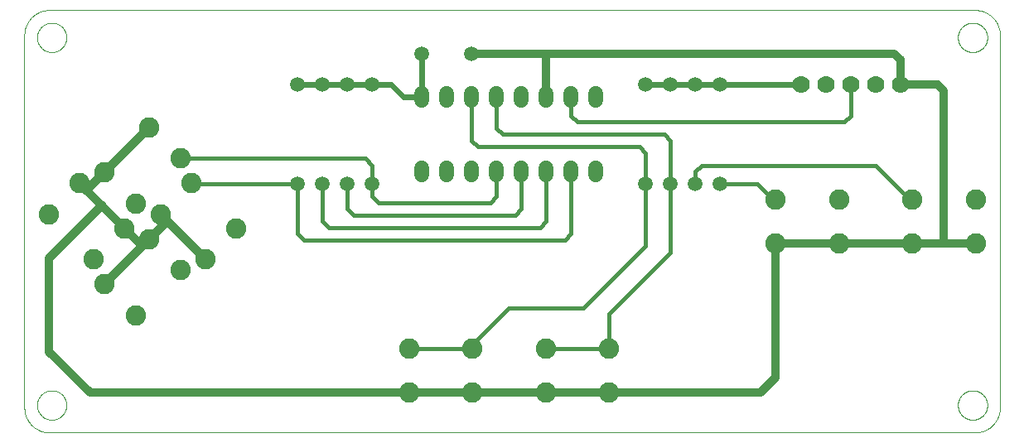
<source format=gbl>
G75*
%MOIN*%
%OFA0B0*%
%FSLAX25Y25*%
%IPPOS*%
%LPD*%
%AMOC8*
5,1,8,0,0,1.08239X$1,22.5*
%
%ADD10C,0.00000*%
%ADD11C,0.07000*%
%ADD12C,0.05984*%
%ADD13C,0.08228*%
%ADD14C,0.05984*%
%ADD15C,0.03200*%
%ADD16C,0.02400*%
%ADD17C,0.01600*%
D10*
X0011000Y0001000D02*
X0383500Y0001000D01*
X0383742Y0001003D01*
X0383983Y0001012D01*
X0384224Y0001026D01*
X0384465Y0001047D01*
X0384705Y0001073D01*
X0384945Y0001105D01*
X0385184Y0001143D01*
X0385421Y0001186D01*
X0385658Y0001236D01*
X0385893Y0001291D01*
X0386127Y0001351D01*
X0386359Y0001418D01*
X0386590Y0001489D01*
X0386819Y0001567D01*
X0387046Y0001650D01*
X0387271Y0001738D01*
X0387494Y0001832D01*
X0387714Y0001931D01*
X0387932Y0002036D01*
X0388147Y0002145D01*
X0388360Y0002260D01*
X0388570Y0002380D01*
X0388776Y0002505D01*
X0388980Y0002635D01*
X0389181Y0002770D01*
X0389378Y0002910D01*
X0389572Y0003054D01*
X0389762Y0003203D01*
X0389948Y0003357D01*
X0390131Y0003515D01*
X0390310Y0003677D01*
X0390485Y0003844D01*
X0390656Y0004015D01*
X0390823Y0004190D01*
X0390985Y0004369D01*
X0391143Y0004552D01*
X0391297Y0004738D01*
X0391446Y0004928D01*
X0391590Y0005122D01*
X0391730Y0005319D01*
X0391865Y0005520D01*
X0391995Y0005724D01*
X0392120Y0005930D01*
X0392240Y0006140D01*
X0392355Y0006353D01*
X0392464Y0006568D01*
X0392569Y0006786D01*
X0392668Y0007006D01*
X0392762Y0007229D01*
X0392850Y0007454D01*
X0392933Y0007681D01*
X0393011Y0007910D01*
X0393082Y0008141D01*
X0393149Y0008373D01*
X0393209Y0008607D01*
X0393264Y0008842D01*
X0393314Y0009079D01*
X0393357Y0009316D01*
X0393395Y0009555D01*
X0393427Y0009795D01*
X0393453Y0010035D01*
X0393474Y0010276D01*
X0393488Y0010517D01*
X0393497Y0010758D01*
X0393500Y0011000D01*
X0393500Y0161000D01*
X0393497Y0161242D01*
X0393488Y0161483D01*
X0393474Y0161724D01*
X0393453Y0161965D01*
X0393427Y0162205D01*
X0393395Y0162445D01*
X0393357Y0162684D01*
X0393314Y0162921D01*
X0393264Y0163158D01*
X0393209Y0163393D01*
X0393149Y0163627D01*
X0393082Y0163859D01*
X0393011Y0164090D01*
X0392933Y0164319D01*
X0392850Y0164546D01*
X0392762Y0164771D01*
X0392668Y0164994D01*
X0392569Y0165214D01*
X0392464Y0165432D01*
X0392355Y0165647D01*
X0392240Y0165860D01*
X0392120Y0166070D01*
X0391995Y0166276D01*
X0391865Y0166480D01*
X0391730Y0166681D01*
X0391590Y0166878D01*
X0391446Y0167072D01*
X0391297Y0167262D01*
X0391143Y0167448D01*
X0390985Y0167631D01*
X0390823Y0167810D01*
X0390656Y0167985D01*
X0390485Y0168156D01*
X0390310Y0168323D01*
X0390131Y0168485D01*
X0389948Y0168643D01*
X0389762Y0168797D01*
X0389572Y0168946D01*
X0389378Y0169090D01*
X0389181Y0169230D01*
X0388980Y0169365D01*
X0388776Y0169495D01*
X0388570Y0169620D01*
X0388360Y0169740D01*
X0388147Y0169855D01*
X0387932Y0169964D01*
X0387714Y0170069D01*
X0387494Y0170168D01*
X0387271Y0170262D01*
X0387046Y0170350D01*
X0386819Y0170433D01*
X0386590Y0170511D01*
X0386359Y0170582D01*
X0386127Y0170649D01*
X0385893Y0170709D01*
X0385658Y0170764D01*
X0385421Y0170814D01*
X0385184Y0170857D01*
X0384945Y0170895D01*
X0384705Y0170927D01*
X0384465Y0170953D01*
X0384224Y0170974D01*
X0383983Y0170988D01*
X0383742Y0170997D01*
X0383500Y0171000D01*
X0011000Y0171000D01*
X0010758Y0170997D01*
X0010517Y0170988D01*
X0010276Y0170974D01*
X0010035Y0170953D01*
X0009795Y0170927D01*
X0009555Y0170895D01*
X0009316Y0170857D01*
X0009079Y0170814D01*
X0008842Y0170764D01*
X0008607Y0170709D01*
X0008373Y0170649D01*
X0008141Y0170582D01*
X0007910Y0170511D01*
X0007681Y0170433D01*
X0007454Y0170350D01*
X0007229Y0170262D01*
X0007006Y0170168D01*
X0006786Y0170069D01*
X0006568Y0169964D01*
X0006353Y0169855D01*
X0006140Y0169740D01*
X0005930Y0169620D01*
X0005724Y0169495D01*
X0005520Y0169365D01*
X0005319Y0169230D01*
X0005122Y0169090D01*
X0004928Y0168946D01*
X0004738Y0168797D01*
X0004552Y0168643D01*
X0004369Y0168485D01*
X0004190Y0168323D01*
X0004015Y0168156D01*
X0003844Y0167985D01*
X0003677Y0167810D01*
X0003515Y0167631D01*
X0003357Y0167448D01*
X0003203Y0167262D01*
X0003054Y0167072D01*
X0002910Y0166878D01*
X0002770Y0166681D01*
X0002635Y0166480D01*
X0002505Y0166276D01*
X0002380Y0166070D01*
X0002260Y0165860D01*
X0002145Y0165647D01*
X0002036Y0165432D01*
X0001931Y0165214D01*
X0001832Y0164994D01*
X0001738Y0164771D01*
X0001650Y0164546D01*
X0001567Y0164319D01*
X0001489Y0164090D01*
X0001418Y0163859D01*
X0001351Y0163627D01*
X0001291Y0163393D01*
X0001236Y0163158D01*
X0001186Y0162921D01*
X0001143Y0162684D01*
X0001105Y0162445D01*
X0001073Y0162205D01*
X0001047Y0161965D01*
X0001026Y0161724D01*
X0001012Y0161483D01*
X0001003Y0161242D01*
X0001000Y0161000D01*
X0001000Y0011000D01*
X0001003Y0010758D01*
X0001012Y0010517D01*
X0001026Y0010276D01*
X0001047Y0010035D01*
X0001073Y0009795D01*
X0001105Y0009555D01*
X0001143Y0009316D01*
X0001186Y0009079D01*
X0001236Y0008842D01*
X0001291Y0008607D01*
X0001351Y0008373D01*
X0001418Y0008141D01*
X0001489Y0007910D01*
X0001567Y0007681D01*
X0001650Y0007454D01*
X0001738Y0007229D01*
X0001832Y0007006D01*
X0001931Y0006786D01*
X0002036Y0006568D01*
X0002145Y0006353D01*
X0002260Y0006140D01*
X0002380Y0005930D01*
X0002505Y0005724D01*
X0002635Y0005520D01*
X0002770Y0005319D01*
X0002910Y0005122D01*
X0003054Y0004928D01*
X0003203Y0004738D01*
X0003357Y0004552D01*
X0003515Y0004369D01*
X0003677Y0004190D01*
X0003844Y0004015D01*
X0004015Y0003844D01*
X0004190Y0003677D01*
X0004369Y0003515D01*
X0004552Y0003357D01*
X0004738Y0003203D01*
X0004928Y0003054D01*
X0005122Y0002910D01*
X0005319Y0002770D01*
X0005520Y0002635D01*
X0005724Y0002505D01*
X0005930Y0002380D01*
X0006140Y0002260D01*
X0006353Y0002145D01*
X0006568Y0002036D01*
X0006786Y0001931D01*
X0007006Y0001832D01*
X0007229Y0001738D01*
X0007454Y0001650D01*
X0007681Y0001567D01*
X0007910Y0001489D01*
X0008141Y0001418D01*
X0008373Y0001351D01*
X0008607Y0001291D01*
X0008842Y0001236D01*
X0009079Y0001186D01*
X0009316Y0001143D01*
X0009555Y0001105D01*
X0009795Y0001073D01*
X0010035Y0001047D01*
X0010276Y0001026D01*
X0010517Y0001012D01*
X0010758Y0001003D01*
X0011000Y0001000D01*
X0006094Y0012000D02*
X0006096Y0012153D01*
X0006102Y0012307D01*
X0006112Y0012460D01*
X0006126Y0012612D01*
X0006144Y0012765D01*
X0006166Y0012916D01*
X0006191Y0013067D01*
X0006221Y0013218D01*
X0006255Y0013368D01*
X0006292Y0013516D01*
X0006333Y0013664D01*
X0006378Y0013810D01*
X0006427Y0013956D01*
X0006480Y0014100D01*
X0006536Y0014242D01*
X0006596Y0014383D01*
X0006660Y0014523D01*
X0006727Y0014661D01*
X0006798Y0014797D01*
X0006873Y0014931D01*
X0006950Y0015063D01*
X0007032Y0015193D01*
X0007116Y0015321D01*
X0007204Y0015447D01*
X0007295Y0015570D01*
X0007389Y0015691D01*
X0007487Y0015809D01*
X0007587Y0015925D01*
X0007691Y0016038D01*
X0007797Y0016149D01*
X0007906Y0016257D01*
X0008018Y0016362D01*
X0008132Y0016463D01*
X0008250Y0016562D01*
X0008369Y0016658D01*
X0008491Y0016751D01*
X0008616Y0016840D01*
X0008743Y0016927D01*
X0008872Y0017009D01*
X0009003Y0017089D01*
X0009136Y0017165D01*
X0009271Y0017238D01*
X0009408Y0017307D01*
X0009547Y0017372D01*
X0009687Y0017434D01*
X0009829Y0017492D01*
X0009972Y0017547D01*
X0010117Y0017598D01*
X0010263Y0017645D01*
X0010410Y0017688D01*
X0010558Y0017727D01*
X0010707Y0017763D01*
X0010857Y0017794D01*
X0011008Y0017822D01*
X0011159Y0017846D01*
X0011312Y0017866D01*
X0011464Y0017882D01*
X0011617Y0017894D01*
X0011770Y0017902D01*
X0011923Y0017906D01*
X0012077Y0017906D01*
X0012230Y0017902D01*
X0012383Y0017894D01*
X0012536Y0017882D01*
X0012688Y0017866D01*
X0012841Y0017846D01*
X0012992Y0017822D01*
X0013143Y0017794D01*
X0013293Y0017763D01*
X0013442Y0017727D01*
X0013590Y0017688D01*
X0013737Y0017645D01*
X0013883Y0017598D01*
X0014028Y0017547D01*
X0014171Y0017492D01*
X0014313Y0017434D01*
X0014453Y0017372D01*
X0014592Y0017307D01*
X0014729Y0017238D01*
X0014864Y0017165D01*
X0014997Y0017089D01*
X0015128Y0017009D01*
X0015257Y0016927D01*
X0015384Y0016840D01*
X0015509Y0016751D01*
X0015631Y0016658D01*
X0015750Y0016562D01*
X0015868Y0016463D01*
X0015982Y0016362D01*
X0016094Y0016257D01*
X0016203Y0016149D01*
X0016309Y0016038D01*
X0016413Y0015925D01*
X0016513Y0015809D01*
X0016611Y0015691D01*
X0016705Y0015570D01*
X0016796Y0015447D01*
X0016884Y0015321D01*
X0016968Y0015193D01*
X0017050Y0015063D01*
X0017127Y0014931D01*
X0017202Y0014797D01*
X0017273Y0014661D01*
X0017340Y0014523D01*
X0017404Y0014383D01*
X0017464Y0014242D01*
X0017520Y0014100D01*
X0017573Y0013956D01*
X0017622Y0013810D01*
X0017667Y0013664D01*
X0017708Y0013516D01*
X0017745Y0013368D01*
X0017779Y0013218D01*
X0017809Y0013067D01*
X0017834Y0012916D01*
X0017856Y0012765D01*
X0017874Y0012612D01*
X0017888Y0012460D01*
X0017898Y0012307D01*
X0017904Y0012153D01*
X0017906Y0012000D01*
X0017904Y0011847D01*
X0017898Y0011693D01*
X0017888Y0011540D01*
X0017874Y0011388D01*
X0017856Y0011235D01*
X0017834Y0011084D01*
X0017809Y0010933D01*
X0017779Y0010782D01*
X0017745Y0010632D01*
X0017708Y0010484D01*
X0017667Y0010336D01*
X0017622Y0010190D01*
X0017573Y0010044D01*
X0017520Y0009900D01*
X0017464Y0009758D01*
X0017404Y0009617D01*
X0017340Y0009477D01*
X0017273Y0009339D01*
X0017202Y0009203D01*
X0017127Y0009069D01*
X0017050Y0008937D01*
X0016968Y0008807D01*
X0016884Y0008679D01*
X0016796Y0008553D01*
X0016705Y0008430D01*
X0016611Y0008309D01*
X0016513Y0008191D01*
X0016413Y0008075D01*
X0016309Y0007962D01*
X0016203Y0007851D01*
X0016094Y0007743D01*
X0015982Y0007638D01*
X0015868Y0007537D01*
X0015750Y0007438D01*
X0015631Y0007342D01*
X0015509Y0007249D01*
X0015384Y0007160D01*
X0015257Y0007073D01*
X0015128Y0006991D01*
X0014997Y0006911D01*
X0014864Y0006835D01*
X0014729Y0006762D01*
X0014592Y0006693D01*
X0014453Y0006628D01*
X0014313Y0006566D01*
X0014171Y0006508D01*
X0014028Y0006453D01*
X0013883Y0006402D01*
X0013737Y0006355D01*
X0013590Y0006312D01*
X0013442Y0006273D01*
X0013293Y0006237D01*
X0013143Y0006206D01*
X0012992Y0006178D01*
X0012841Y0006154D01*
X0012688Y0006134D01*
X0012536Y0006118D01*
X0012383Y0006106D01*
X0012230Y0006098D01*
X0012077Y0006094D01*
X0011923Y0006094D01*
X0011770Y0006098D01*
X0011617Y0006106D01*
X0011464Y0006118D01*
X0011312Y0006134D01*
X0011159Y0006154D01*
X0011008Y0006178D01*
X0010857Y0006206D01*
X0010707Y0006237D01*
X0010558Y0006273D01*
X0010410Y0006312D01*
X0010263Y0006355D01*
X0010117Y0006402D01*
X0009972Y0006453D01*
X0009829Y0006508D01*
X0009687Y0006566D01*
X0009547Y0006628D01*
X0009408Y0006693D01*
X0009271Y0006762D01*
X0009136Y0006835D01*
X0009003Y0006911D01*
X0008872Y0006991D01*
X0008743Y0007073D01*
X0008616Y0007160D01*
X0008491Y0007249D01*
X0008369Y0007342D01*
X0008250Y0007438D01*
X0008132Y0007537D01*
X0008018Y0007638D01*
X0007906Y0007743D01*
X0007797Y0007851D01*
X0007691Y0007962D01*
X0007587Y0008075D01*
X0007487Y0008191D01*
X0007389Y0008309D01*
X0007295Y0008430D01*
X0007204Y0008553D01*
X0007116Y0008679D01*
X0007032Y0008807D01*
X0006950Y0008937D01*
X0006873Y0009069D01*
X0006798Y0009203D01*
X0006727Y0009339D01*
X0006660Y0009477D01*
X0006596Y0009617D01*
X0006536Y0009758D01*
X0006480Y0009900D01*
X0006427Y0010044D01*
X0006378Y0010190D01*
X0006333Y0010336D01*
X0006292Y0010484D01*
X0006255Y0010632D01*
X0006221Y0010782D01*
X0006191Y0010933D01*
X0006166Y0011084D01*
X0006144Y0011235D01*
X0006126Y0011388D01*
X0006112Y0011540D01*
X0006102Y0011693D01*
X0006096Y0011847D01*
X0006094Y0012000D01*
X0006094Y0160000D02*
X0006096Y0160153D01*
X0006102Y0160307D01*
X0006112Y0160460D01*
X0006126Y0160612D01*
X0006144Y0160765D01*
X0006166Y0160916D01*
X0006191Y0161067D01*
X0006221Y0161218D01*
X0006255Y0161368D01*
X0006292Y0161516D01*
X0006333Y0161664D01*
X0006378Y0161810D01*
X0006427Y0161956D01*
X0006480Y0162100D01*
X0006536Y0162242D01*
X0006596Y0162383D01*
X0006660Y0162523D01*
X0006727Y0162661D01*
X0006798Y0162797D01*
X0006873Y0162931D01*
X0006950Y0163063D01*
X0007032Y0163193D01*
X0007116Y0163321D01*
X0007204Y0163447D01*
X0007295Y0163570D01*
X0007389Y0163691D01*
X0007487Y0163809D01*
X0007587Y0163925D01*
X0007691Y0164038D01*
X0007797Y0164149D01*
X0007906Y0164257D01*
X0008018Y0164362D01*
X0008132Y0164463D01*
X0008250Y0164562D01*
X0008369Y0164658D01*
X0008491Y0164751D01*
X0008616Y0164840D01*
X0008743Y0164927D01*
X0008872Y0165009D01*
X0009003Y0165089D01*
X0009136Y0165165D01*
X0009271Y0165238D01*
X0009408Y0165307D01*
X0009547Y0165372D01*
X0009687Y0165434D01*
X0009829Y0165492D01*
X0009972Y0165547D01*
X0010117Y0165598D01*
X0010263Y0165645D01*
X0010410Y0165688D01*
X0010558Y0165727D01*
X0010707Y0165763D01*
X0010857Y0165794D01*
X0011008Y0165822D01*
X0011159Y0165846D01*
X0011312Y0165866D01*
X0011464Y0165882D01*
X0011617Y0165894D01*
X0011770Y0165902D01*
X0011923Y0165906D01*
X0012077Y0165906D01*
X0012230Y0165902D01*
X0012383Y0165894D01*
X0012536Y0165882D01*
X0012688Y0165866D01*
X0012841Y0165846D01*
X0012992Y0165822D01*
X0013143Y0165794D01*
X0013293Y0165763D01*
X0013442Y0165727D01*
X0013590Y0165688D01*
X0013737Y0165645D01*
X0013883Y0165598D01*
X0014028Y0165547D01*
X0014171Y0165492D01*
X0014313Y0165434D01*
X0014453Y0165372D01*
X0014592Y0165307D01*
X0014729Y0165238D01*
X0014864Y0165165D01*
X0014997Y0165089D01*
X0015128Y0165009D01*
X0015257Y0164927D01*
X0015384Y0164840D01*
X0015509Y0164751D01*
X0015631Y0164658D01*
X0015750Y0164562D01*
X0015868Y0164463D01*
X0015982Y0164362D01*
X0016094Y0164257D01*
X0016203Y0164149D01*
X0016309Y0164038D01*
X0016413Y0163925D01*
X0016513Y0163809D01*
X0016611Y0163691D01*
X0016705Y0163570D01*
X0016796Y0163447D01*
X0016884Y0163321D01*
X0016968Y0163193D01*
X0017050Y0163063D01*
X0017127Y0162931D01*
X0017202Y0162797D01*
X0017273Y0162661D01*
X0017340Y0162523D01*
X0017404Y0162383D01*
X0017464Y0162242D01*
X0017520Y0162100D01*
X0017573Y0161956D01*
X0017622Y0161810D01*
X0017667Y0161664D01*
X0017708Y0161516D01*
X0017745Y0161368D01*
X0017779Y0161218D01*
X0017809Y0161067D01*
X0017834Y0160916D01*
X0017856Y0160765D01*
X0017874Y0160612D01*
X0017888Y0160460D01*
X0017898Y0160307D01*
X0017904Y0160153D01*
X0017906Y0160000D01*
X0017904Y0159847D01*
X0017898Y0159693D01*
X0017888Y0159540D01*
X0017874Y0159388D01*
X0017856Y0159235D01*
X0017834Y0159084D01*
X0017809Y0158933D01*
X0017779Y0158782D01*
X0017745Y0158632D01*
X0017708Y0158484D01*
X0017667Y0158336D01*
X0017622Y0158190D01*
X0017573Y0158044D01*
X0017520Y0157900D01*
X0017464Y0157758D01*
X0017404Y0157617D01*
X0017340Y0157477D01*
X0017273Y0157339D01*
X0017202Y0157203D01*
X0017127Y0157069D01*
X0017050Y0156937D01*
X0016968Y0156807D01*
X0016884Y0156679D01*
X0016796Y0156553D01*
X0016705Y0156430D01*
X0016611Y0156309D01*
X0016513Y0156191D01*
X0016413Y0156075D01*
X0016309Y0155962D01*
X0016203Y0155851D01*
X0016094Y0155743D01*
X0015982Y0155638D01*
X0015868Y0155537D01*
X0015750Y0155438D01*
X0015631Y0155342D01*
X0015509Y0155249D01*
X0015384Y0155160D01*
X0015257Y0155073D01*
X0015128Y0154991D01*
X0014997Y0154911D01*
X0014864Y0154835D01*
X0014729Y0154762D01*
X0014592Y0154693D01*
X0014453Y0154628D01*
X0014313Y0154566D01*
X0014171Y0154508D01*
X0014028Y0154453D01*
X0013883Y0154402D01*
X0013737Y0154355D01*
X0013590Y0154312D01*
X0013442Y0154273D01*
X0013293Y0154237D01*
X0013143Y0154206D01*
X0012992Y0154178D01*
X0012841Y0154154D01*
X0012688Y0154134D01*
X0012536Y0154118D01*
X0012383Y0154106D01*
X0012230Y0154098D01*
X0012077Y0154094D01*
X0011923Y0154094D01*
X0011770Y0154098D01*
X0011617Y0154106D01*
X0011464Y0154118D01*
X0011312Y0154134D01*
X0011159Y0154154D01*
X0011008Y0154178D01*
X0010857Y0154206D01*
X0010707Y0154237D01*
X0010558Y0154273D01*
X0010410Y0154312D01*
X0010263Y0154355D01*
X0010117Y0154402D01*
X0009972Y0154453D01*
X0009829Y0154508D01*
X0009687Y0154566D01*
X0009547Y0154628D01*
X0009408Y0154693D01*
X0009271Y0154762D01*
X0009136Y0154835D01*
X0009003Y0154911D01*
X0008872Y0154991D01*
X0008743Y0155073D01*
X0008616Y0155160D01*
X0008491Y0155249D01*
X0008369Y0155342D01*
X0008250Y0155438D01*
X0008132Y0155537D01*
X0008018Y0155638D01*
X0007906Y0155743D01*
X0007797Y0155851D01*
X0007691Y0155962D01*
X0007587Y0156075D01*
X0007487Y0156191D01*
X0007389Y0156309D01*
X0007295Y0156430D01*
X0007204Y0156553D01*
X0007116Y0156679D01*
X0007032Y0156807D01*
X0006950Y0156937D01*
X0006873Y0157069D01*
X0006798Y0157203D01*
X0006727Y0157339D01*
X0006660Y0157477D01*
X0006596Y0157617D01*
X0006536Y0157758D01*
X0006480Y0157900D01*
X0006427Y0158044D01*
X0006378Y0158190D01*
X0006333Y0158336D01*
X0006292Y0158484D01*
X0006255Y0158632D01*
X0006221Y0158782D01*
X0006191Y0158933D01*
X0006166Y0159084D01*
X0006144Y0159235D01*
X0006126Y0159388D01*
X0006112Y0159540D01*
X0006102Y0159693D01*
X0006096Y0159847D01*
X0006094Y0160000D01*
X0376594Y0160000D02*
X0376596Y0160153D01*
X0376602Y0160307D01*
X0376612Y0160460D01*
X0376626Y0160612D01*
X0376644Y0160765D01*
X0376666Y0160916D01*
X0376691Y0161067D01*
X0376721Y0161218D01*
X0376755Y0161368D01*
X0376792Y0161516D01*
X0376833Y0161664D01*
X0376878Y0161810D01*
X0376927Y0161956D01*
X0376980Y0162100D01*
X0377036Y0162242D01*
X0377096Y0162383D01*
X0377160Y0162523D01*
X0377227Y0162661D01*
X0377298Y0162797D01*
X0377373Y0162931D01*
X0377450Y0163063D01*
X0377532Y0163193D01*
X0377616Y0163321D01*
X0377704Y0163447D01*
X0377795Y0163570D01*
X0377889Y0163691D01*
X0377987Y0163809D01*
X0378087Y0163925D01*
X0378191Y0164038D01*
X0378297Y0164149D01*
X0378406Y0164257D01*
X0378518Y0164362D01*
X0378632Y0164463D01*
X0378750Y0164562D01*
X0378869Y0164658D01*
X0378991Y0164751D01*
X0379116Y0164840D01*
X0379243Y0164927D01*
X0379372Y0165009D01*
X0379503Y0165089D01*
X0379636Y0165165D01*
X0379771Y0165238D01*
X0379908Y0165307D01*
X0380047Y0165372D01*
X0380187Y0165434D01*
X0380329Y0165492D01*
X0380472Y0165547D01*
X0380617Y0165598D01*
X0380763Y0165645D01*
X0380910Y0165688D01*
X0381058Y0165727D01*
X0381207Y0165763D01*
X0381357Y0165794D01*
X0381508Y0165822D01*
X0381659Y0165846D01*
X0381812Y0165866D01*
X0381964Y0165882D01*
X0382117Y0165894D01*
X0382270Y0165902D01*
X0382423Y0165906D01*
X0382577Y0165906D01*
X0382730Y0165902D01*
X0382883Y0165894D01*
X0383036Y0165882D01*
X0383188Y0165866D01*
X0383341Y0165846D01*
X0383492Y0165822D01*
X0383643Y0165794D01*
X0383793Y0165763D01*
X0383942Y0165727D01*
X0384090Y0165688D01*
X0384237Y0165645D01*
X0384383Y0165598D01*
X0384528Y0165547D01*
X0384671Y0165492D01*
X0384813Y0165434D01*
X0384953Y0165372D01*
X0385092Y0165307D01*
X0385229Y0165238D01*
X0385364Y0165165D01*
X0385497Y0165089D01*
X0385628Y0165009D01*
X0385757Y0164927D01*
X0385884Y0164840D01*
X0386009Y0164751D01*
X0386131Y0164658D01*
X0386250Y0164562D01*
X0386368Y0164463D01*
X0386482Y0164362D01*
X0386594Y0164257D01*
X0386703Y0164149D01*
X0386809Y0164038D01*
X0386913Y0163925D01*
X0387013Y0163809D01*
X0387111Y0163691D01*
X0387205Y0163570D01*
X0387296Y0163447D01*
X0387384Y0163321D01*
X0387468Y0163193D01*
X0387550Y0163063D01*
X0387627Y0162931D01*
X0387702Y0162797D01*
X0387773Y0162661D01*
X0387840Y0162523D01*
X0387904Y0162383D01*
X0387964Y0162242D01*
X0388020Y0162100D01*
X0388073Y0161956D01*
X0388122Y0161810D01*
X0388167Y0161664D01*
X0388208Y0161516D01*
X0388245Y0161368D01*
X0388279Y0161218D01*
X0388309Y0161067D01*
X0388334Y0160916D01*
X0388356Y0160765D01*
X0388374Y0160612D01*
X0388388Y0160460D01*
X0388398Y0160307D01*
X0388404Y0160153D01*
X0388406Y0160000D01*
X0388404Y0159847D01*
X0388398Y0159693D01*
X0388388Y0159540D01*
X0388374Y0159388D01*
X0388356Y0159235D01*
X0388334Y0159084D01*
X0388309Y0158933D01*
X0388279Y0158782D01*
X0388245Y0158632D01*
X0388208Y0158484D01*
X0388167Y0158336D01*
X0388122Y0158190D01*
X0388073Y0158044D01*
X0388020Y0157900D01*
X0387964Y0157758D01*
X0387904Y0157617D01*
X0387840Y0157477D01*
X0387773Y0157339D01*
X0387702Y0157203D01*
X0387627Y0157069D01*
X0387550Y0156937D01*
X0387468Y0156807D01*
X0387384Y0156679D01*
X0387296Y0156553D01*
X0387205Y0156430D01*
X0387111Y0156309D01*
X0387013Y0156191D01*
X0386913Y0156075D01*
X0386809Y0155962D01*
X0386703Y0155851D01*
X0386594Y0155743D01*
X0386482Y0155638D01*
X0386368Y0155537D01*
X0386250Y0155438D01*
X0386131Y0155342D01*
X0386009Y0155249D01*
X0385884Y0155160D01*
X0385757Y0155073D01*
X0385628Y0154991D01*
X0385497Y0154911D01*
X0385364Y0154835D01*
X0385229Y0154762D01*
X0385092Y0154693D01*
X0384953Y0154628D01*
X0384813Y0154566D01*
X0384671Y0154508D01*
X0384528Y0154453D01*
X0384383Y0154402D01*
X0384237Y0154355D01*
X0384090Y0154312D01*
X0383942Y0154273D01*
X0383793Y0154237D01*
X0383643Y0154206D01*
X0383492Y0154178D01*
X0383341Y0154154D01*
X0383188Y0154134D01*
X0383036Y0154118D01*
X0382883Y0154106D01*
X0382730Y0154098D01*
X0382577Y0154094D01*
X0382423Y0154094D01*
X0382270Y0154098D01*
X0382117Y0154106D01*
X0381964Y0154118D01*
X0381812Y0154134D01*
X0381659Y0154154D01*
X0381508Y0154178D01*
X0381357Y0154206D01*
X0381207Y0154237D01*
X0381058Y0154273D01*
X0380910Y0154312D01*
X0380763Y0154355D01*
X0380617Y0154402D01*
X0380472Y0154453D01*
X0380329Y0154508D01*
X0380187Y0154566D01*
X0380047Y0154628D01*
X0379908Y0154693D01*
X0379771Y0154762D01*
X0379636Y0154835D01*
X0379503Y0154911D01*
X0379372Y0154991D01*
X0379243Y0155073D01*
X0379116Y0155160D01*
X0378991Y0155249D01*
X0378869Y0155342D01*
X0378750Y0155438D01*
X0378632Y0155537D01*
X0378518Y0155638D01*
X0378406Y0155743D01*
X0378297Y0155851D01*
X0378191Y0155962D01*
X0378087Y0156075D01*
X0377987Y0156191D01*
X0377889Y0156309D01*
X0377795Y0156430D01*
X0377704Y0156553D01*
X0377616Y0156679D01*
X0377532Y0156807D01*
X0377450Y0156937D01*
X0377373Y0157069D01*
X0377298Y0157203D01*
X0377227Y0157339D01*
X0377160Y0157477D01*
X0377096Y0157617D01*
X0377036Y0157758D01*
X0376980Y0157900D01*
X0376927Y0158044D01*
X0376878Y0158190D01*
X0376833Y0158336D01*
X0376792Y0158484D01*
X0376755Y0158632D01*
X0376721Y0158782D01*
X0376691Y0158933D01*
X0376666Y0159084D01*
X0376644Y0159235D01*
X0376626Y0159388D01*
X0376612Y0159540D01*
X0376602Y0159693D01*
X0376596Y0159847D01*
X0376594Y0160000D01*
X0376594Y0012000D02*
X0376596Y0012153D01*
X0376602Y0012307D01*
X0376612Y0012460D01*
X0376626Y0012612D01*
X0376644Y0012765D01*
X0376666Y0012916D01*
X0376691Y0013067D01*
X0376721Y0013218D01*
X0376755Y0013368D01*
X0376792Y0013516D01*
X0376833Y0013664D01*
X0376878Y0013810D01*
X0376927Y0013956D01*
X0376980Y0014100D01*
X0377036Y0014242D01*
X0377096Y0014383D01*
X0377160Y0014523D01*
X0377227Y0014661D01*
X0377298Y0014797D01*
X0377373Y0014931D01*
X0377450Y0015063D01*
X0377532Y0015193D01*
X0377616Y0015321D01*
X0377704Y0015447D01*
X0377795Y0015570D01*
X0377889Y0015691D01*
X0377987Y0015809D01*
X0378087Y0015925D01*
X0378191Y0016038D01*
X0378297Y0016149D01*
X0378406Y0016257D01*
X0378518Y0016362D01*
X0378632Y0016463D01*
X0378750Y0016562D01*
X0378869Y0016658D01*
X0378991Y0016751D01*
X0379116Y0016840D01*
X0379243Y0016927D01*
X0379372Y0017009D01*
X0379503Y0017089D01*
X0379636Y0017165D01*
X0379771Y0017238D01*
X0379908Y0017307D01*
X0380047Y0017372D01*
X0380187Y0017434D01*
X0380329Y0017492D01*
X0380472Y0017547D01*
X0380617Y0017598D01*
X0380763Y0017645D01*
X0380910Y0017688D01*
X0381058Y0017727D01*
X0381207Y0017763D01*
X0381357Y0017794D01*
X0381508Y0017822D01*
X0381659Y0017846D01*
X0381812Y0017866D01*
X0381964Y0017882D01*
X0382117Y0017894D01*
X0382270Y0017902D01*
X0382423Y0017906D01*
X0382577Y0017906D01*
X0382730Y0017902D01*
X0382883Y0017894D01*
X0383036Y0017882D01*
X0383188Y0017866D01*
X0383341Y0017846D01*
X0383492Y0017822D01*
X0383643Y0017794D01*
X0383793Y0017763D01*
X0383942Y0017727D01*
X0384090Y0017688D01*
X0384237Y0017645D01*
X0384383Y0017598D01*
X0384528Y0017547D01*
X0384671Y0017492D01*
X0384813Y0017434D01*
X0384953Y0017372D01*
X0385092Y0017307D01*
X0385229Y0017238D01*
X0385364Y0017165D01*
X0385497Y0017089D01*
X0385628Y0017009D01*
X0385757Y0016927D01*
X0385884Y0016840D01*
X0386009Y0016751D01*
X0386131Y0016658D01*
X0386250Y0016562D01*
X0386368Y0016463D01*
X0386482Y0016362D01*
X0386594Y0016257D01*
X0386703Y0016149D01*
X0386809Y0016038D01*
X0386913Y0015925D01*
X0387013Y0015809D01*
X0387111Y0015691D01*
X0387205Y0015570D01*
X0387296Y0015447D01*
X0387384Y0015321D01*
X0387468Y0015193D01*
X0387550Y0015063D01*
X0387627Y0014931D01*
X0387702Y0014797D01*
X0387773Y0014661D01*
X0387840Y0014523D01*
X0387904Y0014383D01*
X0387964Y0014242D01*
X0388020Y0014100D01*
X0388073Y0013956D01*
X0388122Y0013810D01*
X0388167Y0013664D01*
X0388208Y0013516D01*
X0388245Y0013368D01*
X0388279Y0013218D01*
X0388309Y0013067D01*
X0388334Y0012916D01*
X0388356Y0012765D01*
X0388374Y0012612D01*
X0388388Y0012460D01*
X0388398Y0012307D01*
X0388404Y0012153D01*
X0388406Y0012000D01*
X0388404Y0011847D01*
X0388398Y0011693D01*
X0388388Y0011540D01*
X0388374Y0011388D01*
X0388356Y0011235D01*
X0388334Y0011084D01*
X0388309Y0010933D01*
X0388279Y0010782D01*
X0388245Y0010632D01*
X0388208Y0010484D01*
X0388167Y0010336D01*
X0388122Y0010190D01*
X0388073Y0010044D01*
X0388020Y0009900D01*
X0387964Y0009758D01*
X0387904Y0009617D01*
X0387840Y0009477D01*
X0387773Y0009339D01*
X0387702Y0009203D01*
X0387627Y0009069D01*
X0387550Y0008937D01*
X0387468Y0008807D01*
X0387384Y0008679D01*
X0387296Y0008553D01*
X0387205Y0008430D01*
X0387111Y0008309D01*
X0387013Y0008191D01*
X0386913Y0008075D01*
X0386809Y0007962D01*
X0386703Y0007851D01*
X0386594Y0007743D01*
X0386482Y0007638D01*
X0386368Y0007537D01*
X0386250Y0007438D01*
X0386131Y0007342D01*
X0386009Y0007249D01*
X0385884Y0007160D01*
X0385757Y0007073D01*
X0385628Y0006991D01*
X0385497Y0006911D01*
X0385364Y0006835D01*
X0385229Y0006762D01*
X0385092Y0006693D01*
X0384953Y0006628D01*
X0384813Y0006566D01*
X0384671Y0006508D01*
X0384528Y0006453D01*
X0384383Y0006402D01*
X0384237Y0006355D01*
X0384090Y0006312D01*
X0383942Y0006273D01*
X0383793Y0006237D01*
X0383643Y0006206D01*
X0383492Y0006178D01*
X0383341Y0006154D01*
X0383188Y0006134D01*
X0383036Y0006118D01*
X0382883Y0006106D01*
X0382730Y0006098D01*
X0382577Y0006094D01*
X0382423Y0006094D01*
X0382270Y0006098D01*
X0382117Y0006106D01*
X0381964Y0006118D01*
X0381812Y0006134D01*
X0381659Y0006154D01*
X0381508Y0006178D01*
X0381357Y0006206D01*
X0381207Y0006237D01*
X0381058Y0006273D01*
X0380910Y0006312D01*
X0380763Y0006355D01*
X0380617Y0006402D01*
X0380472Y0006453D01*
X0380329Y0006508D01*
X0380187Y0006566D01*
X0380047Y0006628D01*
X0379908Y0006693D01*
X0379771Y0006762D01*
X0379636Y0006835D01*
X0379503Y0006911D01*
X0379372Y0006991D01*
X0379243Y0007073D01*
X0379116Y0007160D01*
X0378991Y0007249D01*
X0378869Y0007342D01*
X0378750Y0007438D01*
X0378632Y0007537D01*
X0378518Y0007638D01*
X0378406Y0007743D01*
X0378297Y0007851D01*
X0378191Y0007962D01*
X0378087Y0008075D01*
X0377987Y0008191D01*
X0377889Y0008309D01*
X0377795Y0008430D01*
X0377704Y0008553D01*
X0377616Y0008679D01*
X0377532Y0008807D01*
X0377450Y0008937D01*
X0377373Y0009069D01*
X0377298Y0009203D01*
X0377227Y0009339D01*
X0377160Y0009477D01*
X0377096Y0009617D01*
X0377036Y0009758D01*
X0376980Y0009900D01*
X0376927Y0010044D01*
X0376878Y0010190D01*
X0376833Y0010336D01*
X0376792Y0010484D01*
X0376755Y0010632D01*
X0376721Y0010782D01*
X0376691Y0010933D01*
X0376666Y0011084D01*
X0376644Y0011235D01*
X0376626Y0011388D01*
X0376612Y0011540D01*
X0376602Y0011693D01*
X0376596Y0011847D01*
X0376594Y0012000D01*
D11*
X0353500Y0141000D03*
X0343500Y0141000D03*
X0333500Y0141000D03*
X0323500Y0141000D03*
X0313500Y0141000D03*
D12*
X0281000Y0141000D03*
X0271000Y0141000D03*
X0261000Y0141000D03*
X0251000Y0141000D03*
X0181000Y0153500D03*
X0161000Y0153500D03*
X0141000Y0141000D03*
X0131000Y0141000D03*
X0121000Y0141000D03*
X0111000Y0141000D03*
X0111000Y0101000D03*
X0121000Y0101000D03*
X0131000Y0101000D03*
X0141000Y0101000D03*
X0251000Y0101000D03*
X0261000Y0101000D03*
X0271000Y0101000D03*
X0281000Y0101000D03*
D13*
X0303205Y0094858D03*
X0328795Y0094858D03*
X0358205Y0094858D03*
X0383795Y0094858D03*
X0383795Y0077142D03*
X0358205Y0077142D03*
X0328795Y0077142D03*
X0303205Y0077142D03*
X0236295Y0034858D03*
X0210705Y0034858D03*
X0181295Y0034858D03*
X0155705Y0034858D03*
X0155705Y0017142D03*
X0181295Y0017142D03*
X0210705Y0017142D03*
X0236295Y0017142D03*
X0086311Y0083216D03*
X0073784Y0070689D03*
X0063811Y0066284D03*
X0051284Y0078811D03*
X0041311Y0083216D03*
X0055689Y0088784D03*
X0045716Y0093189D03*
X0023216Y0101311D03*
X0033189Y0105716D03*
X0063811Y0111284D03*
X0068216Y0101311D03*
X0051284Y0123811D03*
X0010689Y0088784D03*
X0028784Y0070689D03*
X0033189Y0060716D03*
X0045716Y0048189D03*
D14*
X0161000Y0104654D02*
X0161000Y0107346D01*
X0171000Y0107346D02*
X0171000Y0104654D01*
X0181000Y0104654D02*
X0181000Y0107346D01*
X0191000Y0107346D02*
X0191000Y0104654D01*
X0201000Y0104654D02*
X0201000Y0107346D01*
X0211000Y0107346D02*
X0211000Y0104654D01*
X0221000Y0104654D02*
X0221000Y0107346D01*
X0231000Y0107346D02*
X0231000Y0104654D01*
X0231000Y0134654D02*
X0231000Y0137346D01*
X0221000Y0137346D02*
X0221000Y0134654D01*
X0211000Y0134654D02*
X0211000Y0137346D01*
X0201000Y0137346D02*
X0201000Y0134654D01*
X0191000Y0134654D02*
X0191000Y0137346D01*
X0181000Y0137346D02*
X0181000Y0134654D01*
X0171000Y0134654D02*
X0171000Y0137346D01*
X0161000Y0137346D02*
X0161000Y0134654D01*
D15*
X0181000Y0153500D02*
X0211000Y0153500D01*
X0211000Y0136000D01*
X0211000Y0153500D02*
X0351000Y0153500D01*
X0353500Y0151000D01*
X0353500Y0141000D01*
X0368500Y0141000D01*
X0371000Y0138500D01*
X0371000Y0077142D01*
X0358205Y0077142D01*
X0328795Y0077142D01*
X0303205Y0077142D01*
X0303205Y0023205D01*
X0297142Y0017142D01*
X0236295Y0017142D01*
X0210705Y0017142D01*
X0181295Y0017142D01*
X0155705Y0017142D01*
X0027358Y0017142D01*
X0011000Y0033500D01*
X0011000Y0071000D01*
X0032264Y0092264D01*
X0026014Y0098514D01*
X0033189Y0105689D01*
X0033189Y0105716D01*
X0051284Y0123811D01*
X0026014Y0098514D02*
X0023216Y0101311D01*
X0032264Y0092264D02*
X0041311Y0083216D01*
X0041311Y0083189D01*
X0048486Y0076014D01*
X0051284Y0078811D01*
X0051311Y0078811D01*
X0058486Y0085986D01*
X0073784Y0070689D01*
X0048486Y0076014D02*
X0033189Y0060716D01*
X0058486Y0085986D02*
X0055689Y0088784D01*
X0371000Y0077142D02*
X0383795Y0077142D01*
D16*
X0313500Y0141000D02*
X0281000Y0141000D01*
X0271000Y0141000D01*
X0261000Y0141000D01*
X0251000Y0141000D01*
X0161000Y0136000D02*
X0161000Y0153500D01*
X0148500Y0141000D02*
X0141000Y0141000D01*
X0131000Y0141000D01*
X0121000Y0141000D01*
X0111000Y0141000D01*
X0148500Y0141000D02*
X0153500Y0136000D01*
X0161000Y0136000D01*
D17*
X0181000Y0136000D02*
X0181000Y0118500D01*
X0183500Y0116000D01*
X0248500Y0116000D01*
X0251000Y0113500D01*
X0251000Y0101000D01*
X0251000Y0076000D01*
X0226000Y0051000D01*
X0196000Y0051000D01*
X0181295Y0036295D01*
X0181295Y0034858D01*
X0155705Y0034858D01*
X0210705Y0034858D02*
X0236295Y0034858D01*
X0236295Y0048795D01*
X0261000Y0073500D01*
X0261000Y0101000D01*
X0261000Y0118500D01*
X0258500Y0121000D01*
X0193500Y0121000D01*
X0191000Y0123500D01*
X0191000Y0136000D01*
X0221000Y0136000D02*
X0221000Y0128500D01*
X0223500Y0126000D01*
X0331000Y0126000D01*
X0333500Y0128500D01*
X0333500Y0141000D01*
X0343500Y0108500D02*
X0273500Y0108500D01*
X0271000Y0106000D01*
X0271000Y0101000D01*
X0281000Y0101000D02*
X0296000Y0101000D01*
X0302142Y0094858D01*
X0303205Y0094858D01*
X0343500Y0108500D02*
X0357142Y0094858D01*
X0358205Y0094858D01*
X0221000Y0106000D02*
X0221000Y0081000D01*
X0218500Y0078500D01*
X0113500Y0078500D01*
X0111000Y0081000D01*
X0111000Y0101000D01*
X0068527Y0101000D01*
X0068216Y0101311D01*
X0063811Y0111284D02*
X0138216Y0111284D01*
X0141000Y0108500D01*
X0141000Y0101000D01*
X0141000Y0096000D01*
X0143500Y0093500D01*
X0188500Y0093500D01*
X0191000Y0096000D01*
X0191000Y0106000D01*
X0201000Y0106000D02*
X0201000Y0091000D01*
X0198500Y0088500D01*
X0133500Y0088500D01*
X0131000Y0091000D01*
X0131000Y0101000D01*
X0121000Y0101000D02*
X0121000Y0086000D01*
X0123500Y0083500D01*
X0208500Y0083500D01*
X0211000Y0086000D01*
X0211000Y0106000D01*
M02*

</source>
